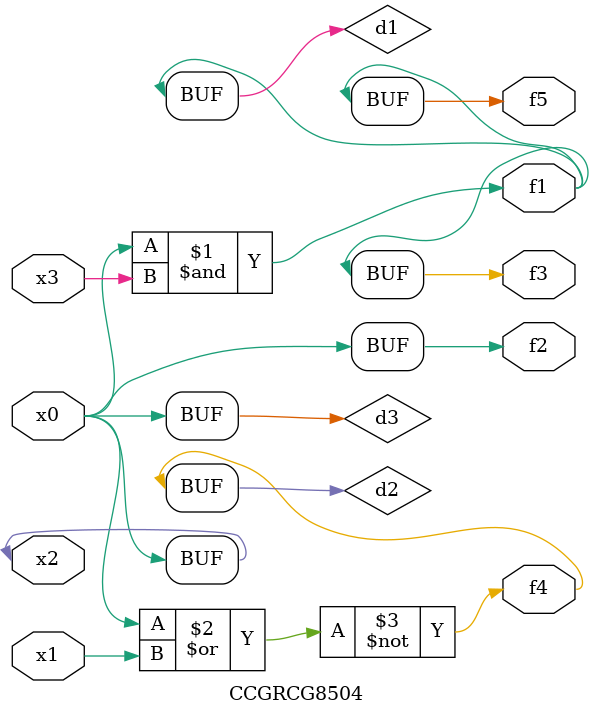
<source format=v>
module CCGRCG8504(
	input x0, x1, x2, x3,
	output f1, f2, f3, f4, f5
);

	wire d1, d2, d3;

	and (d1, x2, x3);
	nor (d2, x0, x1);
	buf (d3, x0, x2);
	assign f1 = d1;
	assign f2 = d3;
	assign f3 = d1;
	assign f4 = d2;
	assign f5 = d1;
endmodule

</source>
